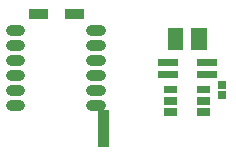
<source format=gbs>
G04 Layer: BottomSolderMaskLayer*
G04 EasyEDA v6.4.25, 2021-12-20T14:24:14+08:00*
G04 e4404237a4cc4071a16999871e39c68f,c1e8d67ad17f4412881db65ed68e30a3,10*
G04 Gerber Generator version 0.2*
G04 Scale: 100 percent, Rotated: No, Reflected: No *
G04 Dimensions in millimeters *
G04 leading zeros omitted , absolute positions ,4 integer and 5 decimal *
%FSLAX45Y45*%
%MOMM*%

%ADD42C,0.9032*%

%LPD*%
D42*
X1517980Y13385800D02*
G01*
X1447980Y13385800D01*
X1517980Y13512800D02*
G01*
X1447980Y13512800D01*
X1517980Y13639800D02*
G01*
X1447980Y13639800D01*
X1517980Y13766800D02*
G01*
X1447980Y13766800D01*
X1517980Y13893800D02*
G01*
X1447980Y13893800D01*
X1517980Y14020800D02*
G01*
X1447980Y14020800D01*
X837996Y13385800D02*
G01*
X767996Y13385800D01*
X837996Y13512800D02*
G01*
X767996Y13512800D01*
X837996Y13639800D02*
G01*
X767996Y13639800D01*
X837996Y13893800D02*
G01*
X767996Y13893800D01*
X837996Y14020800D02*
G01*
X767996Y14020800D01*
X837996Y13766800D02*
G01*
X767996Y13766800D01*
G36*
X1504187Y13027405D02*
G01*
X1504187Y13337794D01*
X1594357Y13337794D01*
X1594357Y13027405D01*
G37*
G36*
X2339340Y13711174D02*
G01*
X2339340Y13771626D01*
X2512059Y13771626D01*
X2512059Y13711174D01*
G37*
G36*
X2339340Y13609574D02*
G01*
X2339340Y13670026D01*
X2512059Y13670026D01*
X2512059Y13609574D01*
G37*
G36*
X2009140Y13609574D02*
G01*
X2009140Y13670026D01*
X2181859Y13670026D01*
X2181859Y13609574D01*
G37*
G36*
X2009140Y13711174D02*
G01*
X2009140Y13771626D01*
X2181859Y13771626D01*
X2181859Y13711174D01*
G37*
G36*
X1223771Y14108429D02*
G01*
X1223771Y14198600D01*
X1383792Y14198600D01*
X1383792Y14108429D01*
G37*
G36*
X923544Y14108429D02*
G01*
X923544Y14198600D01*
X1083818Y14198600D01*
X1083818Y14108429D01*
G37*
G36*
X2345436Y13291057D02*
G01*
X2345436Y13356336D01*
X2455672Y13356336D01*
X2455672Y13291057D01*
G37*
G36*
X2345436Y13386054D02*
G01*
X2345436Y13451331D01*
X2455672Y13451331D01*
X2455672Y13386054D01*
G37*
G36*
X2345436Y13481050D02*
G01*
X2345436Y13546328D01*
X2455672Y13546328D01*
X2455672Y13481050D01*
G37*
G36*
X2065527Y13481050D02*
G01*
X2065527Y13546328D01*
X2175763Y13546328D01*
X2175763Y13481050D01*
G37*
G36*
X2065527Y13386054D02*
G01*
X2065527Y13451331D01*
X2175763Y13451331D01*
X2175763Y13386054D01*
G37*
G36*
X2065527Y13291057D02*
G01*
X2065527Y13356336D01*
X2175763Y13356336D01*
X2175763Y13291057D01*
G37*
G36*
X2520695Y13517626D02*
G01*
X2520695Y13584174D01*
X2584704Y13584174D01*
X2584704Y13517626D01*
G37*
G36*
X2520695Y13431012D02*
G01*
X2520695Y13497813D01*
X2584704Y13497813D01*
X2584704Y13431012D01*
G37*
G36*
X2095500Y13844270D02*
G01*
X2095500Y14034516D01*
X2225802Y14034516D01*
X2225802Y13844270D01*
G37*
G36*
X2295397Y13844270D02*
G01*
X2295397Y14034516D01*
X2425700Y14034516D01*
X2425700Y13844270D01*
G37*
M02*

</source>
